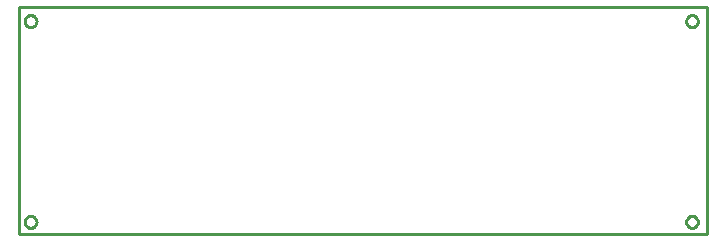
<source format=gbr>
G04 EAGLE Gerber RS-274X export*
G75*
%MOMM*%
%FSLAX34Y34*%
%LPD*%
%IN*%
%IPPOS*%
%AMOC8*
5,1,8,0,0,1.08239X$1,22.5*%
G01*
%ADD10C,0.254000*%


D10*
X0Y0D02*
X582800Y0D01*
X582800Y192000D01*
X0Y192000D01*
X0Y0D01*
X15000Y179719D02*
X14937Y179161D01*
X14812Y178614D01*
X14627Y178084D01*
X14383Y177578D01*
X14084Y177102D01*
X13734Y176663D01*
X13337Y176266D01*
X12898Y175916D01*
X12422Y175617D01*
X11916Y175373D01*
X11386Y175188D01*
X10839Y175063D01*
X10281Y175000D01*
X9719Y175000D01*
X9161Y175063D01*
X8614Y175188D01*
X8084Y175373D01*
X7578Y175617D01*
X7102Y175916D01*
X6663Y176266D01*
X6266Y176663D01*
X5916Y177102D01*
X5617Y177578D01*
X5373Y178084D01*
X5188Y178614D01*
X5063Y179161D01*
X5000Y179719D01*
X5000Y180281D01*
X5063Y180839D01*
X5188Y181386D01*
X5373Y181916D01*
X5617Y182422D01*
X5916Y182898D01*
X6266Y183337D01*
X6663Y183734D01*
X7102Y184084D01*
X7578Y184383D01*
X8084Y184627D01*
X8614Y184812D01*
X9161Y184937D01*
X9719Y185000D01*
X10281Y185000D01*
X10839Y184937D01*
X11386Y184812D01*
X11916Y184627D01*
X12422Y184383D01*
X12898Y184084D01*
X13337Y183734D01*
X13734Y183337D01*
X14084Y182898D01*
X14383Y182422D01*
X14627Y181916D01*
X14812Y181386D01*
X14937Y180839D01*
X15000Y180281D01*
X15000Y179719D01*
X575000Y179719D02*
X574937Y179161D01*
X574812Y178614D01*
X574627Y178084D01*
X574383Y177578D01*
X574084Y177102D01*
X573734Y176663D01*
X573337Y176266D01*
X572898Y175916D01*
X572422Y175617D01*
X571916Y175373D01*
X571386Y175188D01*
X570839Y175063D01*
X570281Y175000D01*
X569719Y175000D01*
X569161Y175063D01*
X568614Y175188D01*
X568084Y175373D01*
X567578Y175617D01*
X567102Y175916D01*
X566663Y176266D01*
X566266Y176663D01*
X565916Y177102D01*
X565617Y177578D01*
X565373Y178084D01*
X565188Y178614D01*
X565063Y179161D01*
X565000Y179719D01*
X565000Y180281D01*
X565063Y180839D01*
X565188Y181386D01*
X565373Y181916D01*
X565617Y182422D01*
X565916Y182898D01*
X566266Y183337D01*
X566663Y183734D01*
X567102Y184084D01*
X567578Y184383D01*
X568084Y184627D01*
X568614Y184812D01*
X569161Y184937D01*
X569719Y185000D01*
X570281Y185000D01*
X570839Y184937D01*
X571386Y184812D01*
X571916Y184627D01*
X572422Y184383D01*
X572898Y184084D01*
X573337Y183734D01*
X573734Y183337D01*
X574084Y182898D01*
X574383Y182422D01*
X574627Y181916D01*
X574812Y181386D01*
X574937Y180839D01*
X575000Y180281D01*
X575000Y179719D01*
X575000Y9719D02*
X574937Y9161D01*
X574812Y8614D01*
X574627Y8084D01*
X574383Y7578D01*
X574084Y7102D01*
X573734Y6663D01*
X573337Y6266D01*
X572898Y5916D01*
X572422Y5617D01*
X571916Y5373D01*
X571386Y5188D01*
X570839Y5063D01*
X570281Y5000D01*
X569719Y5000D01*
X569161Y5063D01*
X568614Y5188D01*
X568084Y5373D01*
X567578Y5617D01*
X567102Y5916D01*
X566663Y6266D01*
X566266Y6663D01*
X565916Y7102D01*
X565617Y7578D01*
X565373Y8084D01*
X565188Y8614D01*
X565063Y9161D01*
X565000Y9719D01*
X565000Y10281D01*
X565063Y10839D01*
X565188Y11386D01*
X565373Y11916D01*
X565617Y12422D01*
X565916Y12898D01*
X566266Y13337D01*
X566663Y13734D01*
X567102Y14084D01*
X567578Y14383D01*
X568084Y14627D01*
X568614Y14812D01*
X569161Y14937D01*
X569719Y15000D01*
X570281Y15000D01*
X570839Y14937D01*
X571386Y14812D01*
X571916Y14627D01*
X572422Y14383D01*
X572898Y14084D01*
X573337Y13734D01*
X573734Y13337D01*
X574084Y12898D01*
X574383Y12422D01*
X574627Y11916D01*
X574812Y11386D01*
X574937Y10839D01*
X575000Y10281D01*
X575000Y9719D01*
X15000Y9719D02*
X14937Y9161D01*
X14812Y8614D01*
X14627Y8084D01*
X14383Y7578D01*
X14084Y7102D01*
X13734Y6663D01*
X13337Y6266D01*
X12898Y5916D01*
X12422Y5617D01*
X11916Y5373D01*
X11386Y5188D01*
X10839Y5063D01*
X10281Y5000D01*
X9719Y5000D01*
X9161Y5063D01*
X8614Y5188D01*
X8084Y5373D01*
X7578Y5617D01*
X7102Y5916D01*
X6663Y6266D01*
X6266Y6663D01*
X5916Y7102D01*
X5617Y7578D01*
X5373Y8084D01*
X5188Y8614D01*
X5063Y9161D01*
X5000Y9719D01*
X5000Y10281D01*
X5063Y10839D01*
X5188Y11386D01*
X5373Y11916D01*
X5617Y12422D01*
X5916Y12898D01*
X6266Y13337D01*
X6663Y13734D01*
X7102Y14084D01*
X7578Y14383D01*
X8084Y14627D01*
X8614Y14812D01*
X9161Y14937D01*
X9719Y15000D01*
X10281Y15000D01*
X10839Y14937D01*
X11386Y14812D01*
X11916Y14627D01*
X12422Y14383D01*
X12898Y14084D01*
X13337Y13734D01*
X13734Y13337D01*
X14084Y12898D01*
X14383Y12422D01*
X14627Y11916D01*
X14812Y11386D01*
X14937Y10839D01*
X15000Y10281D01*
X15000Y9719D01*
M02*

</source>
